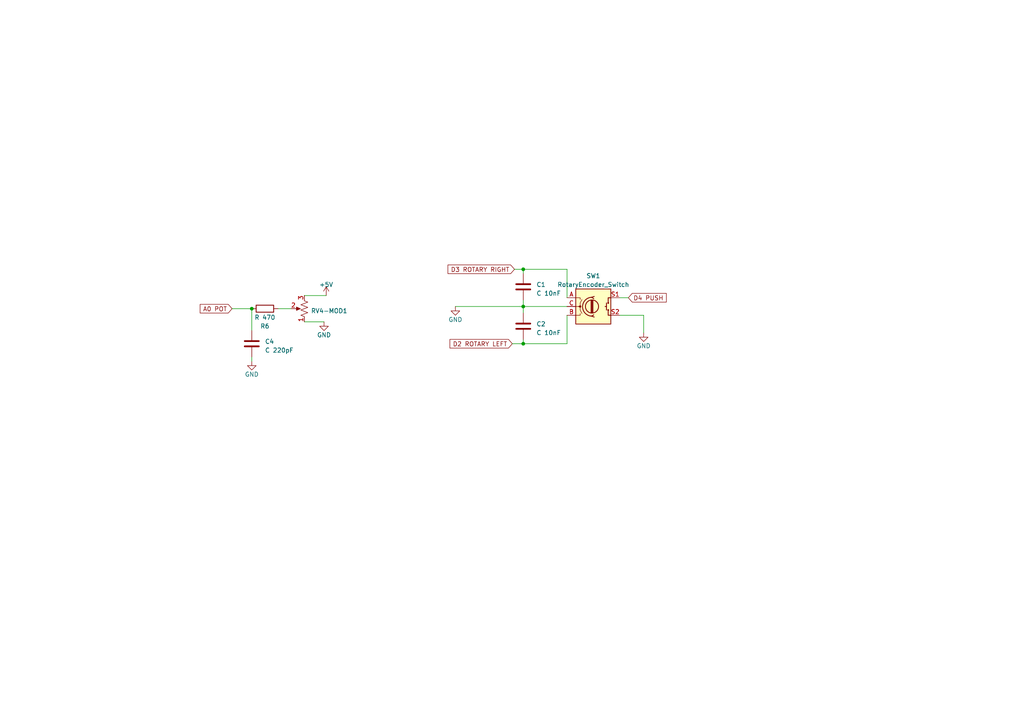
<source format=kicad_sch>
(kicad_sch (version 20230121) (generator eeschema)
  (paper "A4")
  (lib_symbols
    (symbol "Device:C" (pin_numbers hide) (pin_names (offset 0.254))
      (property "Reference" "C" (at 0.635 2.54 0))
      (property "Value" "C" (at 0.635 -2.54 0))
      (symbol "C_0_1"
        (polyline (pts (xy -2.032 -0.762) (xy 2.032 -0.762)) (stroke (width 0.508)))
        (polyline (pts (xy -2.032 0.762) (xy 2.032 0.762)) (stroke (width 0.508)))
      )
      (symbol "C_1_1"
        (pin passive line (at 0 3.81 270) (length 2.794) (name "~") (number "1"))
        (pin passive line (at 0 -3.81 90) (length 2.794) (name "~") (number "2"))
      )
    )
    (symbol "Device:R" (pin_numbers hide) (pin_names (offset 0))
      (property "Reference" "R" (at 2.032 0 90))
      (property "Value" "R" (at 0 0 90))
      (symbol "R_0_1"
        (rectangle (start -1.016 -2.54) (end 1.016 2.54) (stroke (width 0.254)))
      )
      (symbol "R_1_1"
        (pin passive line (at 0 3.81 270) (length 1.27) (name "~") (number "1"))
        (pin passive line (at 0 -3.81 90) (length 1.27) (name "~") (number "2"))
      )
    )
    (symbol "Device:R_Potentiometer_US" (pin_names (offset 1.016) hide)
      (property "Reference" "RV" (at -4.445 0 90))
      (property "Value" "R_Potentiometer_US" (at -2.54 0 90))
      (symbol "R_Potentiometer_US_0_1"
        (polyline (pts (xy 0 -2.286) (xy 0 -2.54)))
        (polyline (pts (xy 0 2.54) (xy 0 2.286)))
        (polyline (pts (xy 2.54 0) (xy 1.524 0)))
        (polyline (pts (xy 1.143 0) (xy 2.286 0.508) (xy 2.286 -0.508) (xy 1.143 0)) (fill (type outline)))
        (polyline (pts (xy 0 -0.762) (xy 1.016 -1.143) (xy 0 -1.524) (xy -1.016 -1.905) (xy 0 -2.286)))
        (polyline (pts (xy 0 0.762) (xy 1.016 0.381) (xy 0 0) (xy -1.016 -0.381) (xy 0 -0.762)))
        (polyline (pts (xy 0 2.286) (xy 1.016 1.905) (xy 0 1.524) (xy -1.016 1.143) (xy 0 0.762)))
      )
      (symbol "R_Potentiometer_US_1_1"
        (pin passive line (at 0 3.81 270) (length 1.27) (name "1") (number "1"))
        (pin passive line (at 3.81 0 180) (length 1.27) (name "2") (number "2"))
        (pin passive line (at 0 -3.81 90) (length 1.27) (name "3") (number "3"))
      )
    )
    (symbol "Device:RotaryEncoder_Switch" (pin_names (offset 0.254) hide)
      (property "Reference" "SW" (at 0 6.604 0))
      (property "Value" "RotaryEncoder_Switch" (at 0 -6.604 0))
      (symbol "RotaryEncoder_Switch_0_1"
        (rectangle (start -5.08 5.08) (end 5.08 -5.08) (stroke (width 0.254)) (fill (type background)))
        (circle (center -3.81 0) (radius 0.254) (fill (type outline)))
        (circle (center -0.381 0) (radius 1.905) (stroke (width 0.254)))
        (arc (start -0.381 2.667) (mid -3.0988 -0.0635) (end -0.381 -2.794) (stroke (width 0.254)))
        (polyline (pts (xy -0.635 -1.778) (xy -0.635 1.778)) (stroke (width 0.254)))
        (polyline (pts (xy -0.381 -1.778) (xy -0.381 1.778)) (stroke (width 0.254)))
        (polyline (pts (xy -0.127 1.778) (xy -0.127 -1.778)) (stroke (width 0.254)))
        (polyline (pts (xy 3.81 0) (xy 3.429 0)) (stroke (width 0.254)))
        (polyline (pts (xy 3.81 1.016) (xy 3.81 -1.016)) (stroke (width 0.254)))
        (polyline (pts (xy -5.08 -2.54) (xy -3.81 -2.54) (xy -3.81 -2.032)))
        (polyline (pts (xy -5.08 2.54) (xy -3.81 2.54) (xy -3.81 2.032)))
        (polyline (pts (xy 0.254 -3.048) (xy -0.508 -2.794) (xy 0.127 -2.413)) (stroke (width 0.254)))
        (polyline (pts (xy 0.254 2.921) (xy -0.508 2.667) (xy 0.127 2.286)) (stroke (width 0.254)))
        (polyline (pts (xy 5.08 -2.54) (xy 4.318 -2.54) (xy 4.318 -1.016)) (stroke (width 0.254)))
        (polyline (pts (xy 5.08 2.54) (xy 4.318 2.54) (xy 4.318 1.016)) (stroke (width 0.254)))
        (polyline (pts (xy -5.08 0) (xy -3.81 0) (xy -3.81 -1.016) (xy -3.302 -2.032)))
        (polyline (pts (xy -4.318 0) (xy -3.81 0) (xy -3.81 1.016) (xy -3.302 2.032)))
        (circle (center 4.318 -1.016) (radius 0.127) (stroke (width 0.254)))
        (circle (center 4.318 1.016) (radius 0.127) (stroke (width 0.254)))
      )
      (symbol "RotaryEncoder_Switch_1_1"
        (pin passive line (at -7.62 2.54 0) (length 2.54) (name "A") (number "A"))
        (pin passive line (at -7.62 -2.54 0) (length 2.54) (name "B") (number "B"))
        (pin passive line (at -7.62 0 0) (length 2.54) (name "C") (number "C"))
        (pin passive line (at 7.62 2.54 180) (length 2.54) (name "S1") (number "S1"))
        (pin passive line (at 7.62 -2.54 180) (length 2.54) (name "S2") (number "S2"))
      )
    )
    (symbol "power:+5V" (power) (pin_names (offset 0))
      (property "Value" "+5V" (at 0 3.556 0))
      (symbol "+5V_0_1"
        (polyline (pts (xy -0.762 1.27) (xy 0 2.54)))
        (polyline (pts (xy 0 0) (xy 0 2.54)))
        (polyline (pts (xy 0 2.54) (xy 0.762 1.27)))
      )
      (symbol "+5V_1_1"
        (pin power_in line (at 0 0 90) (length 0) hide (name "+5V") (number "1"))
      )
    )
    (symbol "power:GND" (power) (pin_names (offset 0))
      (property "Value" "GND" (at 0 -3.81 0))
      (symbol "GND_0_1"
        (polyline (pts (xy 0 0) (xy 0 -1.27) (xy 1.27 -1.27) (xy 0 -2.54) (xy -1.27 -1.27) (xy 0 -1.27)))
      )
      (symbol "GND_1_1"
        (pin power_in line (at 0 0 270) (length 0) hide (name "GND") (number "1"))
      )
    )
  )
  (junction (at 151.765 88.9))
  (junction (at 151.765 78.105))
  (junction (at 73.025 89.535))
  (junction (at 151.765 99.695))
  (wire (pts (xy 151.765 78.105) (xy 151.765 79.375)))
  (wire (pts (xy 186.69 91.44) (xy 186.69 96.52)))
  (wire (pts (xy 84.455 89.535) (xy 80.645 89.535)))
  (wire (pts (xy 151.765 88.9) (xy 151.765 90.805)))
  (wire (pts (xy 94.615 85.725) (xy 88.265 85.725)))
  (wire (pts (xy 179.705 86.36) (xy 182.245 86.36)))
  (wire (pts (xy 132.08 88.9) (xy 151.765 88.9)))
  (wire (pts (xy 151.765 98.425) (xy 151.765 99.695)))
  (wire (pts (xy 164.465 86.36) (xy 164.465 78.105)))
  (wire (pts (xy 73.025 103.505) (xy 73.025 104.775)))
  (wire (pts (xy 151.765 88.9) (xy 164.465 88.9)))
  (wire (pts (xy 151.765 86.995) (xy 151.765 88.9)))
  (wire (pts (xy 67.31 89.535) (xy 73.025 89.535)))
  (wire (pts (xy 149.225 78.105) (xy 151.765 78.105)))
  (wire (pts (xy 164.465 99.695) (xy 151.765 99.695)))
  (wire (pts (xy 73.025 89.535) (xy 73.025 95.885)))
  (wire (pts (xy 164.465 78.105) (xy 151.765 78.105)))
  (wire (pts (xy 93.98 93.345) (xy 88.265 93.345)))
  (wire (pts (xy 164.465 91.44) (xy 164.465 99.695)))
  (wire (pts (xy 151.765 99.695) (xy 148.59 99.695)))
  (wire (pts (xy 179.705 91.44) (xy 186.69 91.44)))
  (global_label "D4 PUSH" (shape input) (at 182.245 86.36 0) (property "Intersheetrefs" "${INTERSHEET_REFS}" (effects hide)))
  (global_label "A0 POT" (shape input) (at 67.31 89.535 180) (property "Intersheetrefs" "${INTERSHEET_REFS}" (effects hide)))
  (global_label "D2 ROTARY LEFT" (shape input) (at 148.59 99.695 180) (property "Intersheetrefs" "${INTERSHEET_REFS}" (effects hide)))
  (global_label "D3 ROTARY RIGHT" (shape input) (at 149.225 78.105 180) (property "Intersheetrefs" "${INTERSHEET_REFS}" (effects hide)))
  (symbol (lib_id "power:GND") (at 186.69 96.52 0) (unit 1)
    (property "Reference" "#PWR02" (effects hide))
    (property "Value" "GND" (at 186.69 100.33 0))
    (instances (project "main" (path "" (reference "#PWR02") (unit 1)) (path "" (reference "#PWR0152") (unit 1))))
  )
  (symbol (lib_id "power:GND") (at 73.025 104.775 0) (unit 1)
    (property "Reference" "#PWR016" (effects hide))
    (property "Value" "GND" (at 73.025 108.585 0))
    (instances (project "main" (path "" (reference "#PWR016") (unit 1)) (path "" (reference "#PWR0153") (unit 1))))
  )
  (symbol (lib_id "Device:R") (at 76.835 89.535 270) (unit 1)
    (property "Reference" "R6" (at 76.835 94.615 90))
    (property "Value" "R 470" (at 76.835 92.075 90))
    (property "Footprint" "Resistor_SMD:R_0805_2012Metric" (effects hide))
    (property "LCSC" "C17710" (effects hide))
    (instances (project "main" (path "" (reference "R6") (unit 1)) (path "" (reference "R21") (unit 1))))
  )
  (symbol (lib_id "Device:C") (at 151.765 94.615 0) (unit 1)
    (property "Reference" "C2" (at 155.575 93.98 0) (effects (justify left)))
    (property "Value" "C 10nF " (at 155.575 96.52 0) (effects (justify left)))
    (property "Footprint" "Capacitor_SMD:C_0805_2012Metric" (effects hide))
    (property "LCSC" "C1710" (effects hide))
    (instances (project "main" (path "" (reference "C2") (unit 1)) (path "" (reference "C12") (unit 1))))
  )
  (symbol (lib_id "Device:C") (at 151.765 83.185 0) (unit 1)
    (property "Reference" "C1" (at 155.575 82.55 0) (effects (justify left)))
    (property "Value" "C 10nF " (at 155.575 85.09 0) (effects (justify left)))
    (property "Footprint" "Capacitor_SMD:C_0805_2012Metric" (effects hide))
    (property "LCSC" "C1710" (effects hide))
    (instances (project "main" (path "" (reference "C1") (unit 1)) (path "" (reference "C11") (unit 1))))
  )
  (symbol (lib_id "power:+5V") (at 94.615 85.725 0) (unit 1)
    (property "Reference" "#PWR01" (effects hide))
    (property "Value" "+5V" (at 94.615 82.55 0))
    (instances (project "main" (path "" (reference "#PWR01") (unit 1)) (path "" (reference "#PWR012") (unit 1))))
  )
  (symbol (lib_id "Device:RotaryEncoder_Switch") (at 172.085 88.9 0) (unit 1)
    (property "Reference" "SW1" (at 172.085 80.01 0))
    (property "Value" "RotaryEncoder_Switch" (at 172.085 82.55 0))
    (property "Footprint" "Rotary_Encoder:RotaryEncoder_Alps_EC11E-Switch_Vertical_H20mm" (effects hide))
    (instances (project "main" (path "" (reference "SW1") (unit 1)) (path "" (reference "SW2") (unit 1))))
  )
  (symbol (lib_id "power:GND") (at 132.08 88.9 0) (unit 1)
    (property "Reference" "#PWR01" (effects hide))
    (property "Value" "GND" (at 132.08 92.71 0))
    (instances (project "main" (path "" (reference "#PWR01") (unit 1)) (path "" (reference "#PWR0151") (unit 1))))
  )
  (symbol (lib_id "Device:R_Potentiometer_US") (at 88.265 89.535 180) (unit 1)
    (property "Reference" "RV4-MOD1" (at 90.17 90.17 0) (effects (justify right)))
    (property "Value" "R_Potentiometer_US_100K" (effects hide))
    (property "Footprint" "Connector_PinSocket_2.54mm:PinSocket_1x03_P2.54mm_Vertical" (effects hide))
    (instances (project "main" (path "" (reference "RV4-MOD1") (unit 1)) (path "" (reference "DELAY1") (unit 1))))
  )
  (symbol (lib_id "Device:C") (at 73.025 99.695 0) (unit 1)
    (property "Reference" "C4" (at 76.835 99.06 0) (effects (justify left)))
    (property "Value" "C 220pF" (at 76.835 101.6 0) (effects (justify left)))
    (property "Footprint" "Capacitor_SMD:C_0805_2012Metric" (effects hide))
    (property "LCSC" "C107145" (effects hide))
    (instances (project "main" (path "" (reference "C4") (unit 1)) (path "" (reference "C10") (unit 1))))
  )
  (symbol (lib_id "power:GND") (at 93.98 93.345 0) (unit 1)
    (property "Reference" "#PWR015" (effects hide))
    (property "Value" "GND" (at 93.98 97.155 0))
    (instances (project "main" (path "" (reference "#PWR015") (unit 1)) (path "" (reference "#PWR0155") (unit 1))))
  )
)
</source>
